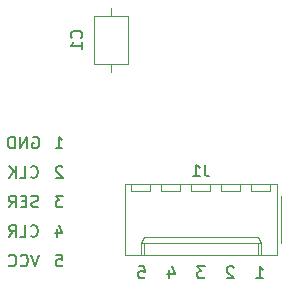
<source format=gbo>
G04 #@! TF.GenerationSoftware,KiCad,Pcbnew,(6.0.0)*
G04 #@! TF.CreationDate,2022-02-13T15:34:51+09:00*
G04 #@! TF.ProjectId,8x8_eyes,3878385f-6579-4657-932e-6b696361645f,rev?*
G04 #@! TF.SameCoordinates,PX87a6900PY6486dd0*
G04 #@! TF.FileFunction,Legend,Bot*
G04 #@! TF.FilePolarity,Positive*
%FSLAX46Y46*%
G04 Gerber Fmt 4.6, Leading zero omitted, Abs format (unit mm)*
G04 Created by KiCad (PCBNEW (6.0.0)) date 2022-02-13 15:34:51*
%MOMM*%
%LPD*%
G01*
G04 APERTURE LIST*
%ADD10C,0.150000*%
%ADD11C,0.120000*%
G04 APERTURE END LIST*
D10*
X3521904Y-14590000D02*
X3617142Y-14542380D01*
X3760000Y-14542380D01*
X3902857Y-14590000D01*
X3998095Y-14685238D01*
X4045714Y-14780476D01*
X4093333Y-14970952D01*
X4093333Y-15113809D01*
X4045714Y-15304285D01*
X3998095Y-15399523D01*
X3902857Y-15494761D01*
X3760000Y-15542380D01*
X3664761Y-15542380D01*
X3521904Y-15494761D01*
X3474285Y-15447142D01*
X3474285Y-15113809D01*
X3664761Y-15113809D01*
X3045714Y-15542380D02*
X3045714Y-14542380D01*
X2474285Y-15542380D01*
X2474285Y-14542380D01*
X1998095Y-15542380D02*
X1998095Y-14542380D01*
X1760000Y-14542380D01*
X1617142Y-14590000D01*
X1521904Y-14685238D01*
X1474285Y-14780476D01*
X1426666Y-14970952D01*
X1426666Y-15113809D01*
X1474285Y-15304285D01*
X1521904Y-15399523D01*
X1617142Y-15494761D01*
X1760000Y-15542380D01*
X1998095Y-15542380D01*
X20545714Y-25637619D02*
X20498095Y-25590000D01*
X20402857Y-25542380D01*
X20164761Y-25542380D01*
X20069523Y-25590000D01*
X20021904Y-25637619D01*
X19974285Y-25732857D01*
X19974285Y-25828095D01*
X20021904Y-25970952D01*
X20593333Y-26542380D01*
X19974285Y-26542380D01*
X12521904Y-25542380D02*
X12998095Y-25542380D01*
X13045714Y-26018571D01*
X12998095Y-25970952D01*
X12902857Y-25923333D01*
X12664761Y-25923333D01*
X12569523Y-25970952D01*
X12521904Y-26018571D01*
X12474285Y-26113809D01*
X12474285Y-26351904D01*
X12521904Y-26447142D01*
X12569523Y-26494761D01*
X12664761Y-26542380D01*
X12902857Y-26542380D01*
X12998095Y-26494761D01*
X13045714Y-26447142D01*
X5521904Y-24542380D02*
X5998095Y-24542380D01*
X6045714Y-25018571D01*
X5998095Y-24970952D01*
X5902857Y-24923333D01*
X5664761Y-24923333D01*
X5569523Y-24970952D01*
X5521904Y-25018571D01*
X5474285Y-25113809D01*
X5474285Y-25351904D01*
X5521904Y-25447142D01*
X5569523Y-25494761D01*
X5664761Y-25542380D01*
X5902857Y-25542380D01*
X5998095Y-25494761D01*
X6045714Y-25447142D01*
X4093333Y-24542380D02*
X3760000Y-25542380D01*
X3426666Y-24542380D01*
X2521904Y-25447142D02*
X2569523Y-25494761D01*
X2712380Y-25542380D01*
X2807619Y-25542380D01*
X2950476Y-25494761D01*
X3045714Y-25399523D01*
X3093333Y-25304285D01*
X3140952Y-25113809D01*
X3140952Y-24970952D01*
X3093333Y-24780476D01*
X3045714Y-24685238D01*
X2950476Y-24590000D01*
X2807619Y-24542380D01*
X2712380Y-24542380D01*
X2569523Y-24590000D01*
X2521904Y-24637619D01*
X1521904Y-25447142D02*
X1569523Y-25494761D01*
X1712380Y-25542380D01*
X1807619Y-25542380D01*
X1950476Y-25494761D01*
X2045714Y-25399523D01*
X2093333Y-25304285D01*
X2140952Y-25113809D01*
X2140952Y-24970952D01*
X2093333Y-24780476D01*
X2045714Y-24685238D01*
X1950476Y-24590000D01*
X1807619Y-24542380D01*
X1712380Y-24542380D01*
X1569523Y-24590000D01*
X1521904Y-24637619D01*
X5569523Y-22375714D02*
X5569523Y-23042380D01*
X5807619Y-21994761D02*
X6045714Y-22709047D01*
X5426666Y-22709047D01*
X18093333Y-25542380D02*
X17474285Y-25542380D01*
X17807619Y-25923333D01*
X17664761Y-25923333D01*
X17569523Y-25970952D01*
X17521904Y-26018571D01*
X17474285Y-26113809D01*
X17474285Y-26351904D01*
X17521904Y-26447142D01*
X17569523Y-26494761D01*
X17664761Y-26542380D01*
X17950476Y-26542380D01*
X18045714Y-26494761D01*
X18093333Y-26447142D01*
X6045714Y-17137619D02*
X5998095Y-17090000D01*
X5902857Y-17042380D01*
X5664761Y-17042380D01*
X5569523Y-17090000D01*
X5521904Y-17137619D01*
X5474285Y-17232857D01*
X5474285Y-17328095D01*
X5521904Y-17470952D01*
X6093333Y-18042380D01*
X5474285Y-18042380D01*
X6093333Y-19542380D02*
X5474285Y-19542380D01*
X5807619Y-19923333D01*
X5664761Y-19923333D01*
X5569523Y-19970952D01*
X5521904Y-20018571D01*
X5474285Y-20113809D01*
X5474285Y-20351904D01*
X5521904Y-20447142D01*
X5569523Y-20494761D01*
X5664761Y-20542380D01*
X5950476Y-20542380D01*
X6045714Y-20494761D01*
X6093333Y-20447142D01*
X5474285Y-15542380D02*
X6045714Y-15542380D01*
X5760000Y-15542380D02*
X5760000Y-14542380D01*
X5855238Y-14685238D01*
X5950476Y-14780476D01*
X6045714Y-14828095D01*
X15069523Y-25875714D02*
X15069523Y-26542380D01*
X15307619Y-25494761D02*
X15545714Y-26209047D01*
X14926666Y-26209047D01*
X3998095Y-20494761D02*
X3855238Y-20542380D01*
X3617142Y-20542380D01*
X3521904Y-20494761D01*
X3474285Y-20447142D01*
X3426666Y-20351904D01*
X3426666Y-20256666D01*
X3474285Y-20161428D01*
X3521904Y-20113809D01*
X3617142Y-20066190D01*
X3807619Y-20018571D01*
X3902857Y-19970952D01*
X3950476Y-19923333D01*
X3998095Y-19828095D01*
X3998095Y-19732857D01*
X3950476Y-19637619D01*
X3902857Y-19590000D01*
X3807619Y-19542380D01*
X3569523Y-19542380D01*
X3426666Y-19590000D01*
X2998095Y-20018571D02*
X2664761Y-20018571D01*
X2521904Y-20542380D02*
X2998095Y-20542380D01*
X2998095Y-19542380D01*
X2521904Y-19542380D01*
X1521904Y-20542380D02*
X1855238Y-20066190D01*
X2093333Y-20542380D02*
X2093333Y-19542380D01*
X1712380Y-19542380D01*
X1617142Y-19590000D01*
X1569523Y-19637619D01*
X1521904Y-19732857D01*
X1521904Y-19875714D01*
X1569523Y-19970952D01*
X1617142Y-20018571D01*
X1712380Y-20066190D01*
X2093333Y-20066190D01*
X22474285Y-26542380D02*
X23045714Y-26542380D01*
X22760000Y-26542380D02*
X22760000Y-25542380D01*
X22855238Y-25685238D01*
X22950476Y-25780476D01*
X23045714Y-25828095D01*
X3355238Y-22947142D02*
X3402857Y-22994761D01*
X3545714Y-23042380D01*
X3640952Y-23042380D01*
X3783809Y-22994761D01*
X3879047Y-22899523D01*
X3926666Y-22804285D01*
X3974285Y-22613809D01*
X3974285Y-22470952D01*
X3926666Y-22280476D01*
X3879047Y-22185238D01*
X3783809Y-22090000D01*
X3640952Y-22042380D01*
X3545714Y-22042380D01*
X3402857Y-22090000D01*
X3355238Y-22137619D01*
X2450476Y-23042380D02*
X2926666Y-23042380D01*
X2926666Y-22042380D01*
X1545714Y-23042380D02*
X1879047Y-22566190D01*
X2117142Y-23042380D02*
X2117142Y-22042380D01*
X1736190Y-22042380D01*
X1640952Y-22090000D01*
X1593333Y-22137619D01*
X1545714Y-22232857D01*
X1545714Y-22375714D01*
X1593333Y-22470952D01*
X1640952Y-22518571D01*
X1736190Y-22566190D01*
X2117142Y-22566190D01*
X3355238Y-17947142D02*
X3402857Y-17994761D01*
X3545714Y-18042380D01*
X3640952Y-18042380D01*
X3783809Y-17994761D01*
X3879047Y-17899523D01*
X3926666Y-17804285D01*
X3974285Y-17613809D01*
X3974285Y-17470952D01*
X3926666Y-17280476D01*
X3879047Y-17185238D01*
X3783809Y-17090000D01*
X3640952Y-17042380D01*
X3545714Y-17042380D01*
X3402857Y-17090000D01*
X3355238Y-17137619D01*
X2450476Y-18042380D02*
X2926666Y-18042380D01*
X2926666Y-17042380D01*
X2117142Y-18042380D02*
X2117142Y-17042380D01*
X1545714Y-18042380D02*
X1974285Y-17470952D01*
X1545714Y-17042380D02*
X2117142Y-17613809D01*
X18113333Y-16922380D02*
X18113333Y-17636666D01*
X18160952Y-17779523D01*
X18256190Y-17874761D01*
X18399047Y-17922380D01*
X18494285Y-17922380D01*
X17113333Y-17922380D02*
X17684761Y-17922380D01*
X17399047Y-17922380D02*
X17399047Y-16922380D01*
X17494285Y-17065238D01*
X17589523Y-17160476D01*
X17684761Y-17208095D01*
X7657142Y-6183333D02*
X7704761Y-6135714D01*
X7752380Y-5992857D01*
X7752380Y-5897619D01*
X7704761Y-5754761D01*
X7609523Y-5659523D01*
X7514285Y-5611904D01*
X7323809Y-5564285D01*
X7180952Y-5564285D01*
X6990476Y-5611904D01*
X6895238Y-5659523D01*
X6800000Y-5754761D01*
X6752380Y-5897619D01*
X6752380Y-5992857D01*
X6800000Y-6135714D01*
X6847619Y-6183333D01*
X7752380Y-7135714D02*
X7752380Y-6564285D01*
X7752380Y-6850000D02*
X6752380Y-6850000D01*
X6895238Y-6754761D01*
X6990476Y-6659523D01*
X7038095Y-6564285D01*
D11*
X13500000Y-18560000D02*
X13500000Y-19160000D01*
X22860000Y-23580000D02*
X22610000Y-23050000D01*
X16040000Y-18560000D02*
X16040000Y-19160000D01*
X13500000Y-19160000D02*
X11900000Y-19160000D01*
X23660000Y-19160000D02*
X22060000Y-19160000D01*
X22860000Y-23580000D02*
X12700000Y-23580000D01*
X16980000Y-19160000D02*
X16980000Y-18560000D01*
X22610000Y-24580000D02*
X22610000Y-23580000D01*
X12950000Y-23050000D02*
X12700000Y-23580000D01*
X21120000Y-19160000D02*
X19520000Y-19160000D01*
X11320000Y-24580000D02*
X11320000Y-18560000D01*
X22060000Y-19160000D02*
X22060000Y-18560000D01*
X19520000Y-19160000D02*
X19520000Y-18560000D01*
X12950000Y-24580000D02*
X12950000Y-23580000D01*
X12700000Y-23580000D02*
X12700000Y-24580000D01*
X18580000Y-18560000D02*
X18580000Y-19160000D01*
X11320000Y-18560000D02*
X24240000Y-18560000D01*
X22860000Y-24580000D02*
X22860000Y-23580000D01*
X24240000Y-24580000D02*
X11320000Y-24580000D01*
X18580000Y-19160000D02*
X16980000Y-19160000D01*
X22610000Y-23050000D02*
X12950000Y-23050000D01*
X24240000Y-18560000D02*
X24240000Y-24580000D01*
X11900000Y-19160000D02*
X11900000Y-18560000D01*
X24530000Y-19590000D02*
X24530000Y-23590000D01*
X21120000Y-18560000D02*
X21120000Y-19160000D01*
X16040000Y-19160000D02*
X14440000Y-19160000D01*
X14440000Y-19160000D02*
X14440000Y-18560000D01*
X23660000Y-18560000D02*
X23660000Y-19160000D01*
X11580000Y-8370000D02*
X8740000Y-8370000D01*
X8740000Y-8370000D02*
X8740000Y-4330000D01*
X11580000Y-4330000D02*
X11580000Y-8370000D01*
X10160000Y-3640000D02*
X10160000Y-4330000D01*
X8740000Y-4330000D02*
X11580000Y-4330000D01*
X10160000Y-9060000D02*
X10160000Y-8370000D01*
M02*

</source>
